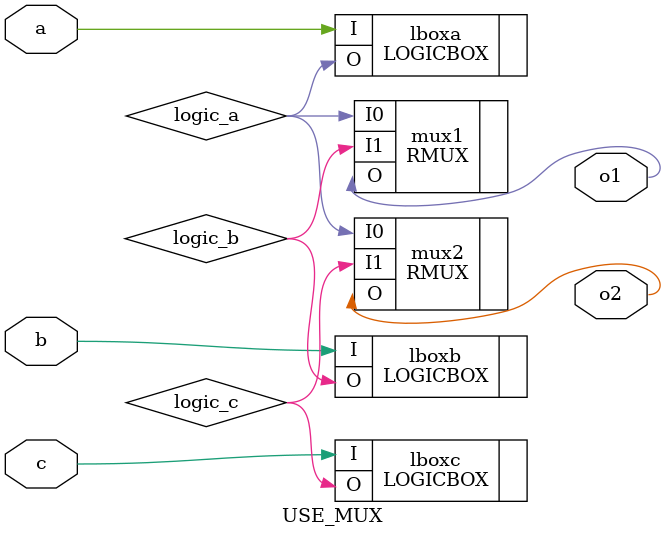
<source format=v>
/*
 * Copyright (C) 2020  The SymbiFlow Authors.
 *
 * Permission to use, copy, modify, and/or distribute this software for any
 * purpose with or without fee is hereby granted, provided that the above
 * copyright notice and this permission notice appear in all copies.
 *
 * THE SOFTWARE IS PROVIDED "AS IS" AND THE AUTHOR DISCLAIMS ALL WARRANTIES
 * WITH REGARD TO THIS SOFTWARE INCLUDING ALL IMPLIED WARRANTIES OF
 * MERCHANTABILITY AND FITNESS. IN NO EVENT SHALL THE AUTHOR BE LIABLE FOR
 * ANY SPECIAL, DIRECT, INDIRECT, OR CONSEQUENTIAL DAMAGES OR ANY DAMAGES
 * WHATSOEVER RESULTING FROM LOSS OF USE, DATA OR PROFITS, WHETHER IN AN
 * ACTION OF CONTRACT, NEGLIGENCE OR OTHER TORTIOUS ACTION, ARISING OUT OF
 * OR IN CONNECTION WITH THE USE OR PERFORMANCE OF THIS SOFTWARE.
 */

`include "routing/rmux.sim.v"
`include "../logicbox/logicbox.sim.v"
module USE_MUX (a, b, c, o1, o2);
	input wire a;
	input wire b;
	input wire c;
	output wire o1;
	output wire o2;

	wire logic_a;
	wire logic_b;
	wire logic_c;
	LOGICBOX lboxa (.I(a), .O(logic_a));
	LOGICBOX lboxb (.I(b), .O(logic_b));
	LOGICBOX lboxc (.I(c), .O(logic_c));

	parameter FASM_MUX1 = "I0";
	RMUX #(.MODE(FASM_MUX1)) mux1 (.I0(logic_a), .I1(logic_b), .O(o1));

	parameter FASM_MUX2 = "I0";
	RMUX #(.MODE(FASM_MUX2)) mux2 (.I0(logic_a), .I1(logic_c), .O(o2));
endmodule

</source>
